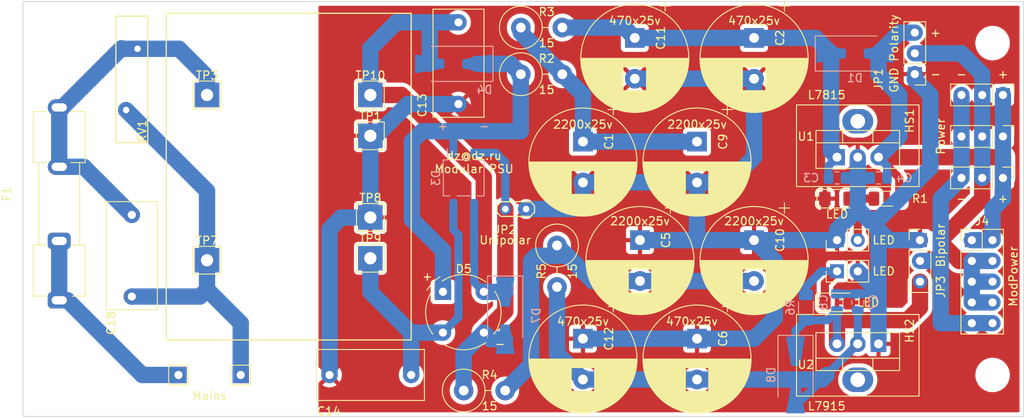
<source format=kicad_pcb>
(kicad_pcb (version 20211014) (generator pcbnew)
  (layers (0 "F.Cu" signal) (31 "B.Cu" signal) (34 "B.Paste" user) (35 "F.Paste" user) (36 "B.SilkS" user "B.Silkscreen") (37 "F.SilkS" user "F.Silkscreen") (38 "B.Mask" user) (39 "F.Mask" user) (44 "Edge.Cuts" user))
  (net 0 "")
  (net 1 "Net-(C1-Pad1)")
  (net 2 "Net-(C11-Pad1)")
  (net 3 "Net-(C4-Pad1)")
  (net 4 "Net-(C10-Pad2)")
  (net 5 "Net-(C12-Pad2)")
  (net 6 "Net-(C8-Pad2)")
  (net 7 "Net-(D2-Pad2)")
  (net 8 "Net-(D3-Pad1)")
  (net 9 "Net-(D5-Pad3)")
  (net 10 "Net-(D6-Pad1)")
  (net 11 "Net-(F1-Pad1)")
  (net 14 "Net-(J1-Pad2)")
  (net 15 "Net-(J1-Pad3)")
  (net 16 "/GND")
  (net 17 "Net-(C13-Pad1)")
  (net 18 "Net-(C14-Pad2)")
  (net 19 "Net-(C18-Pad1)")
  (net 20 "Net-(C18-Pad2)")
  (footprint "Connector_PinHeader_2.54mm:PinHeader_1x03_P2.54mm_Vertical" (layer "F.Cu") (at 149.86 48.26 -90)
    (fp_text reference "J2" hide)
    (fp_text value "Power" (at 0 7.62 90) (layer "F.SilkS"))
    (pad "1" thru_hole rect (at 0 0 270) (size 1.7 1.7) (drill 1) (layers *.Cu *.Mask) (net 3 "Net-(C4-Pad1)"))
    (pad "2" thru_hole oval (at 0 2.54 270) (size 1.7 1.7) (drill 1) (layers *.Cu *.Mask) (net 14 "Net-(J1-Pad2)"))
    (pad "3" thru_hole oval (at 0 5.08 270) (size 1.7 1.7) (drill 1) (layers *.Cu *.Mask) (net 15 "Net-(J1-Pad3)"))
  )
  (footprint "Connector_PinHeader_2.54mm:PinHeader_2x05_P2.54mm_Vertical" (layer "F.Cu") (at 146.045 60.965)
    (fp_text reference "J4" (at 1.27 -2.33) (layer "F.SilkS"))
    (fp_text value "ModPower" (at 5.085 4.44 90) (layer "F.SilkS"))
    (pad "1" thru_hole rect (at 0 0) (size 1.7 1.7) (drill 1) (layers *.Cu *.Mask) (net 3 "Net-(C4-Pad1)"))
    (pad "2" thru_hole oval (at 2.54 0) (size 1.7 1.7) (drill 1) (layers *.Cu *.Mask) (net 3 "Net-(C4-Pad1)"))
    (pad "3" thru_hole oval (at 0 2.54) (size 1.7 1.7) (drill 1) (layers *.Cu *.Mask) (net 14 "Net-(J1-Pad2)"))
    (pad "4" thru_hole oval (at 2.54 2.54) (size 1.7 1.7) (drill 1) (layers *.Cu *.Mask) (net 14 "Net-(J1-Pad2)"))
    (pad "5" thru_hole oval (at 0 5.08) (size 1.7 1.7) (drill 1) (layers *.Cu *.Mask) (net 14 "Net-(J1-Pad2)"))
    (pad "6" thru_hole oval (at 2.54 5.08) (size 1.7 1.7) (drill 1) (layers *.Cu *.Mask) (net 14 "Net-(J1-Pad2)"))
    (pad "7" thru_hole oval (at 0 7.62) (size 1.7 1.7) (drill 1) (layers *.Cu *.Mask) (net 14 "Net-(J1-Pad2)"))
    (pad "8" thru_hole oval (at 2.54 7.62) (size 1.7 1.7) (drill 1) (layers *.Cu *.Mask) (net 14 "Net-(J1-Pad2)"))
    (pad "9" thru_hole oval (at 0 10.16) (size 1.7 1.7) (drill 1) (layers *.Cu *.Mask) (net 15 "Net-(J1-Pad3)"))
    (pad "10" thru_hole oval (at 2.54 10.16) (size 1.7 1.7) (drill 1) (layers *.Cu *.Mask) (net 15 "Net-(J1-Pad3)"))
  )
  (footprint "MountingHole:MountingHole_3.2mm_M3" (layer "F.Cu") (at 33.655 77.47)
    (fp_text reference "H4" hide)
    (fp_text value "MountingHole" hide)
    (pad "" np_thru_hole circle (at 0 0) (size 3.2 3.2) (drill 3.2) (layers *.Cu *.Mask))
  )
  (footprint "Capacitor_THT:CP_Radial_D13.0mm_P5.00mm" (layer "F.Cu") (at 98.425 73.025 -90)
    (fp_text reference "C12" (at 0 -3.175 90) (layer "F.SilkS"))
    (fp_text value "470x25v" (at -2.1 0 180) (layer "F.SilkS"))
    (pad "1" thru_hole rect (at 0 0 270) (size 2.4 2.4) (drill 1.2) (layers *.Cu *.Mask) (net 16 "/GND"))
    (pad "2" thru_hole circle (at 5 0 270) (size 2.4 2.4) (drill 1.2) (layers *.Cu *.Mask) (net 5 "Net-(C12-Pad2)"))
  )
  (footprint "Capacitor_THT:CP_Radial_D13.0mm_P5.00mm" (layer "F.Cu") (at 112.395 48.895 -90)
    (fp_text reference "C9" (at 0 -3.175 90) (layer "F.SilkS"))
    (fp_text value "2200x25v" (at -2.1 0 180) (layer "F.SilkS"))
    (pad "1" thru_hole rect (at 0 0 270) (size 2.4 2.4) (drill 1.2) (layers *.Cu *.Mask) (net 1 "Net-(C1-Pad1)"))
    (pad "2" thru_hole circle (at 5 0 270) (size 2.4 2.4) (drill 1.2) (layers *.Cu *.Mask) (net 16 "/GND"))
  )
  (footprint "Capacitor_THT:C_Rect_L13.0mm_W6.0mm_P10.00mm_FKS3_FKP3_MKS4" (layer "F.Cu") (at 67.39 77.47)
    (fp_text reference "C14" (at -0.08 4.445) (layer "F.SilkS"))
    (fp_text value "0,1")
    (pad "1" thru_hole circle (at 0 0) (size 2 2) (drill 1) (layers *.Cu *.Mask) (net 16 "/GND"))
    (pad "2" thru_hole circle (at 10 0) (size 2 2) (drill 1) (layers *.Cu *.Mask) (net 18 "Net-(C14-Pad2)"))
  )
  (footprint "MountingHole:MountingHole_3.2mm_M3" (layer "F.Cu") (at 148.59 77.47)
    (fp_text reference "H1" hide)
    (fp_text value "MountingHole" hide)
    (pad "" np_thru_hole circle (at 0 0) (size 3.2 3.2) (drill 3.2) (layers *.Cu *.Mask))
  )
  (footprint "Capacitor_THT:CP_Radial_D13.0mm_P5.00mm" (layer "F.Cu") (at 112.395 73.025 -90)
    (fp_text reference "C6" (at 0 -3.175 90) (layer "F.SilkS"))
    (fp_text value "470x25v" (at -2.1 0.635 180) (layer "F.SilkS"))
    (pad "1" thru_hole rect (at 0 0 270) (size 2.4 2.4) (drill 1.2) (layers *.Cu *.Mask) (net 16 "/GND"))
    (pad "2" thru_hole circle (at 5 0 270) (size 2.4 2.4) (drill 1.2) (layers *.Cu *.Mask) (net 5 "Net-(C12-Pad2)"))
  )
  (footprint "TestPoint:TestPoint_THTPad_3.0x3.0mm_Drill1.5mm" (layer "F.Cu") (at 52.39 43.18)
    (fp_text reference "TP3" (at 0 -2.398) (layer "F.SilkS"))
    (fp_text value "Trans 220")
    (pad "1" thru_hole rect (at 0 0) (size 3 3) (drill 1.5) (layers *.Cu *.Mask) (net 19 "Net-(C18-Pad1)"))
  )
  (footprint "Diode_THT:Diode_Bridge_Round_D9.0mm" (layer "F.Cu") (at 81.28 67.28)
    (fp_text reference "D5" (at 2.54 -2.794) (layer "F.SilkS"))
    (fp_text value "D_Bridge_+A-A")
    (pad "1" thru_hole rect (at 0 0) (size 2 2) (drill 1) (layers *.Cu *.Mask) (net 8 "Net-(D3-Pad1)"))
    (pad "2" thru_hole oval (at 0 5) (size 2 2) (drill 1) (layers *.Cu *.Mask) (net 18 "Net-(C14-Pad2)"))
    (pad "3" thru_hole oval (at 5 5) (size 2 2) (drill 1) (layers *.Cu *.Mask) (net 9 "Net-(D5-Pad3)"))
    (pad "4" thru_hole oval (at 5 0) (size 2 2) (drill 1) (layers *.Cu *.Mask) (net 17 "Net-(C13-Pad1)"))
  )
  (footprint "TestPoint:TestPoint_THTPad_3.0x3.0mm_Drill1.5mm" (layer "F.Cu") (at 72.39 48.18)
    (fp_text reference "TP1" (at 0 -2.398) (layer "F.SilkS"))
    (fp_text value "Trans Mid")
    (pad "1" thru_hole rect (at 0 0) (size 3 3) (drill 1.5) (layers *.Cu *.Mask) (net 16 "/GND"))
  )
  (footprint "TestPoint:TestPoint_THTPad_3.0x3.0mm_Drill1.5mm" (layer "F.Cu") (at 72.39 43.18)
    (fp_text reference "TP10" (at 0 -2.398) (layer "F.SilkS"))
    (fp_text value "Trans Low")
    (pad "1" thru_hole rect (at 0 0) (size 3 3) (drill 1.5) (layers *.Cu *.Mask) (net 17 "Net-(C13-Pad1)"))
  )
  (footprint "LED_SMD:LED_1206_3216Metric_Pad1.42x1.75mm_HandSolder" (layer "F.Cu") (at 129.54 55.88)
    (fp_text reference "D2" hide)
    (fp_text value "LED" (at 0 1.905) (layer "F.SilkS"))
    (pad "1" smd roundrect (at -1.4875 0) (size 1.425 1.75) (layers "F.Cu" "F.Paste" "F.Mask") (roundrect_rratio 0.1754392982) (net 16 "/GND"))
    (pad "2" smd roundrect (at 1.4875 0) (size 1.425 1.75) (layers "F.Cu" "F.Paste" "F.Mask") (roundrect_rratio 0.1754392982) (net 7 "Net-(D2-Pad2)"))
  )
  (footprint "Varistor:RV_Disc_D15.5mm_W3.9mm_P7.5mm" (layer "F.Cu") (at 43.88 37.525 -90)
    (fp_text reference "RV1" (at 10.1 -0.57 90) (layer "F.SilkS"))
    (fp_text value "Varistor")
    (pad "1" thru_hole circle (at 0 0 270) (size 1.8 1.8) (drill 0.8) (layers *.Cu *.Mask) (net 19 "Net-(C18-Pad1)"))
    (pad "2" thru_hole circle (at 7.5 1.4 270) (size 1.8 1.8) (drill 0.8) (layers *.Cu *.Mask) (net 20 "Net-(C18-Pad2)"))
  )
  (footprint "Resistor_THT:R_Axial_DIN0516_L15.5mm_D5.0mm_P5.08mm_Vertical" (layer "F.Cu") (at 95.25 61.61 -90)
    (fp_text reference "R5" (at 3.16 1.905 90) (layer "F.SilkS"))
    (fp_text value "15" (at 3.16 -1.905 90) (layer "F.SilkS"))
    (pad "1" thru_hole circle (at 0 0 270) (size 2.4 2.4) (drill 1.2) (layers *.Cu *.Mask) (net 4 "Net-(C10-Pad2)"))
    (pad "2" thru_hole oval (at 5.08 0 270) (size 2.4 2.4) (drill 1.2) (layers *.Cu *.Mask) (net 5 "Net-(C12-Pad2)"))
  )
  (footprint "Connector_PinHeader_2.54mm:PinHeader_1x02_P2.54mm_Vertical" (layer "F.Cu") (at 129.54 60.96 90)
    (fp_text reference "J7" hide)
    (fp_text value "LED" (at 0 5.715 180) (layer "F.SilkS"))
    (pad "1" thru_hole rect (at 0 0 90) (size 1.7 1.7) (drill 1) (layers *.Cu *.Mask) (net 16 "/GND"))
    (pad "2" thru_hole oval (at 0 2.54 90) (size 1.7 1.7) (drill 1) (layers *.Cu *.Mask) (net 7 "Net-(D2-Pad2)"))
  )
  (footprint "Connector_PinHeader_2.54mm:PinHeader_1x03_P2.54mm_Vertical" (layer "F.Cu") (at 139.065 40.625 180)
    (fp_text reference "JP1" (at 4.445 -0.65 90) (layer "F.SilkS"))
    (fp_text value "GND Polarity" (at 2.54 2.525 90) (layer "F.SilkS"))
    (pad "1" thru_hole rect (at 0 0 180) (size 1.7 1.7) (drill 1) (layers *.Cu *.Mask) (net 16 "/GND"))
    (pad "2" thru_hole oval (at 0 2.54 180) (size 1.7 1.7) (drill 1) (layers *.Cu *.Mask) (net 14 "Net-(J1-Pad2)"))
    (pad "3" thru_hole oval (at 0 5.08 180) (size 1.7 1.7) (drill 1) (layers *.Cu *.Mask) (net 3 "Net-(C4-Pad1)"))
  )
  (footprint "TestPoint:TestPoint_THTPad_2.0x2.0mm_Drill1.0mm" (layer "F.Cu") (at 56.515 77.47)
    (fp_text reference "TP4" hide)
    (fp_text value "Mains" hide)
    (pad "1" thru_hole rect (at 0 0) (size 2 2) (drill 1) (layers *.Cu *.Mask) (net 20 "Net-(C18-Pad2)"))
  )
  (footprint "LED_SMD:LED_1206_3216Metric_Pad1.42x1.75mm_HandSolder" (layer "F.Cu") (at 129.54 68.58)
    (fp_text reference "D6" hide)
    (fp_text value "LED" (at 3.81 0) (layer "F.SilkS"))
    (pad "1" smd roundrect (at -1.4875 0) (size 1.425 1.75) (layers "F.Cu" "F.Paste" "F.Mask") (roundrect_rratio 0.1754392982) (net 10 "Net-(D6-Pad1)"))
    (pad "2" smd roundrect (at 1.4875 0) (size 1.425 1.75) (layers "F.Cu" "F.Paste" "F.Mask") (roundrect_rratio 0.1754392982) (net 16 "/GND"))
  )
  (footprint "Connector_PinHeader_2.54mm:PinHeader_1x03_P2.54mm_Vertical" (layer "F.Cu") (at 139.7 60.96)
    (fp_text reference "JP3" (at 2.54 5.715 90) (layer "F.SilkS"))
    (fp_text value "Bipolar" (at 2.54 0.635 90) (layer "F.SilkS"))
    (pad "1" thru_hole rect (at 0 0) (size 1.7 1.7) (drill 1) (layers *.Cu *.Mask) (net 16 "/GND"))
    (pad "2" thru_hole oval (at 0 2.54) (size 1.7 1.7) (drill 1) (layers *.Cu *.Mask) (net 15 "Net-(J1-Pad3)"))
    (pad "3" thru_hole oval (at 0 5.08) (size 1.7 1.7) (drill 1) (layers *.Cu *.Mask) (net 6 "Net-(C8-Pad2)"))
  )
  (footprint "Resistor_THT:R_Axial_DIN0516_L15.5mm_D5.0mm_P5.08mm_Vertical" (layer "F.Cu") (at 83.82 79.375)
    (fp_text reference "R4" (at 3.175 -1.905) (layer "F.SilkS"))
    (fp_text value "15" (at 3.175 1.905) (layer "F.SilkS"))
    (pad "1" thru_hole circle (at 0 0) (size 2.4 2.4) (drill 1.2) (layers *.Cu *.Mask) (net 9 "Net-(D5-Pad3)"))
    (pad "2" thru_hole oval (at 5.08 0) (size 2.4 2.4) (drill 1.2) (layers *.Cu *.Mask) (net 4 "Net-(C10-Pad2)"))
  )
  (footprint "Capacitor_THT:C_Rect_L13.0mm_W6.0mm_P10.00mm_FKS3_FKP3_MKS4" (layer "F.Cu") (at 43.18 57.865 -90)
    (fp_text reference "C18" (at 13.255 2.54 -90) (layer "F.SilkS"))
    (fp_text value "C")
    (pad "1" thru_hole circle (at 0 0 270) (size 2 2) (drill 1) (layers *.Cu *.Mask) (net 19 "Net-(C18-Pad1)"))
    (pad "2" thru_hole circle (at 10 0 270) (size 2 2) (drill 1) (layers *.Cu *.Mask) (net 20 "Net-(C18-Pad2)"))
  )
  (footprint "Resistor_THT:R_Axial_DIN0516_L15.5mm_D5.0mm_P5.08mm_Vertical" (layer "F.Cu") (at 90.82 40.64)
    (fp_text reference "R2" (at 3.16 -1.905) (layer "F.SilkS"))
    (fp_text value "15" (at 3.16 1.905) (layer "F.SilkS"))
    (pad "1" thru_hole circle (at 0 0) (size 2.4 2.4) (drill 1.2) (layers *.Cu *.Mask) (net 8 "Net-(D3-Pad1)"))
    (pad "2" thru_hole oval (at 5.08 0) (size 2.4 2.4) (drill 1.2) (layers *.Cu *.Mask) (net 1 "Net-(C1-Pad1)"))
  )
  (footprint "Resistor_THT:R_Axial_DIN0516_L15.5mm_D5.0mm_P5.08mm_Vertical" (layer "F.Cu") (at 90.82 34.925)
    (fp_text reference "R3" (at 3.16 -1.905) (layer "F.SilkS"))
    (fp_text value "15" (at 3.16 1.905) (layer "F.SilkS"))
    (pad "1" thru_hole circle (at 0 0) (size 2.4 2.4) (drill 1.2) (layers *.Cu *.Mask) (net 1 "Net-(C1-Pad1)"))
    (pad "2" thru_hole oval (at 5.08 0) (size 2.4 2.4) (drill 1.2) (layers *.Cu *.Mask) (net 2 "Net-(C11-Pad1)"))
  )
  (footprint "MountingHole:MountingHole_3.2mm_M3" (layer "F.Cu") (at 33.655 36.83)
    (fp_text reference "H3" hide)
    (fp_text value "MountingHole" hide)
    (pad "" np_thru_hole circle (at 0 0) (size 3.2 3.2) (drill 3.2) (layers *.Cu *.Mask))
  )
  (footprint "Connector_PinHeader_2.54mm:PinHeader_1x03_P2.54mm_Vertical" (layer "F.Cu") (at 149.86 43.18 -90)
    (fp_text reference "J1" hide)
    (fp_text value "Power")
    (pad "1" thru_hole rect (at 0 0 270) (size 1.7 1.7) (drill 1) (layers *.Cu *.Mask) (net 3 "Net-(C4-Pad1)"))
    (pad "2" thru_hole oval (at 0 2.54 270) (size 1.7 1.7) (drill 1) (layers *.Cu *.Mask) (net 14 "Net-(J1-Pad2)"))
    (pad "3" thru_hole oval (at 0 5.08 270) (size 1.7 1.7) (drill 1) (layers *.Cu *.Mask) (net 15 "Net-(J1-Pad3)"))
  )
  (footprint "dz_lib:Heatsink_TO_220" (layer "F.Cu") (at 132.08 77.06 90)
    (fp_text reference "HS2" (at 5 6.35 90) (layer "F.SilkS"))
    (fp_text value "Heatsink_Pad" hide)
    (pad "1" thru_hole oval (at -1 0 90) (size 3 3.78) (drill 1.8) (layers *.Cu *.Mask))
  )
  (footprint "Connector_PinHeader_2.54mm:PinHeader_1x02_P2.54mm_Vertical" (layer "F.Cu") (at 129.54 64.77 90)
    (fp_text reference "J8" hide)
    (fp_text value "LED" (at 0 5.715 180) (layer "F.SilkS"))
    (pad "1" thru_hole rect (at 0 0 90) (size 1.7 1.7) (drill 1) (layers *.Cu *.Mask) (net 10 "Net-(D6-Pad1)"))
    (pad "2" thru_hole oval (at 0 2.54 90) (size 1.7 1.7) (drill 1) (layers *.Cu *.Mask) (net 16 "/GND"))
  )
  (footprint "Capacitor_THT:C_Rect_L13.0mm_W6.0mm_P10.00mm_FKS3_FKP3_MKS4" (layer "F.Cu") (at 83.185 34.29 -90)
    (fp_text reference "C13" (at 10.16 4.445 90) (layer "F.SilkS"))
    (fp_text value "0,1")
    (pad "1" thru_hole circle (at 0 0 270) (size 2 2) (drill 1) (layers *.Cu *.Mask) (net 17 "Net-(C13-Pad1)"))
    (pad "2" thru_hole circle (at 10 0 270) (size 2 2) (drill 1) (layers *.Cu *.Mask) (net 16 "/GND"))
  )
  (footprint "TestPoint:TestPoint_THTPad_2.0x2.0mm_Drill1.0mm" (layer "F.Cu") (at 48.895 77.47)
    (fp_text reference "TP2" hide)
    (fp_text value "Mains" (at 3.81 2.54) (layer "F.SilkS"))
    (pad "1" thru_hole rect (at 0 0) (size 2 2) (drill 1) (layers *.Cu *.Mask) (net 11 "Net-(F1-Pad1)"))
  )
  (footprint "TestPoint:TestPoint_2Pads_Pitch2.54mm_Drill0.8mm" (layer "F.Cu") (at 88.92 57.15)
    (fp_text reference "JP2" (at -0.02 2.54) (layer "F.SilkS"))
    (fp_text value "Unipolar" (at -0.02 3.81) (layer "F.SilkS"))
    (pad "1" thru_hole circle (at 0 0) (size 1.4 1.4) (drill 0.8) (layers *.Cu *.Mask) (net 9 "Net-(D5-Pad3)"))
    (pad "2" thru_hole circle (at 2.54 0) (size 1.4 1.4) (drill 0.8) (layers *.Cu *.Mask) (net 16 "/GND"))
  )
  (footprint "TestPoint:TestPoint_THTPad_3.0x3.0mm_Drill1.5mm" (layer "F.Cu") (at 72.39 58.18)
    (fp_text reference "TP8" (at 0 -2.398) (layer "F.SilkS"))
    (fp_text value "Trans Mid")
    (pad "1" thru_hole rect (at 0 0) (size 3 3) (drill 1.5) (layers *.Cu *.Mask) (net 16 "/GND"))
  )
  (footprint "MountingHole:MountingHole_3.2mm_M3" (layer "F.Cu") (at 148.59 36.83)
    (fp_text reference "H2" hide)
    (fp_text value "MountingHole" hide)
    (pad "" np_thru_hole circle (at 0 0) (size 3.2 3.2) (drill 3.2) (layers *.Cu *.Mask))
  )
  (footprint "Resistor_SMD:R_1206_3216Metric_Pad1.30x1.75mm_HandSolder" (layer "F.Cu") (at 135.61 55.88)
    (fp_text reference "R1" (at 4.09 0) (layer "F.SilkS"))
    (fp_text value "10k")
    (pad "1" smd roundrect (at -1.55 0) (size 1.3 1.75) (layers "F.Cu" "F.Paste" "F.Mask") (roundrect_rratio 0.1923076923) (net 7 "Net-(D2-Pad2)"))
    (pad "2" smd roundrect (at 1.55 0) (size 1.3 1.75) (layers "F.Cu" "F.Paste" "F.Mask") (roundrect_rratio 0.1923076923) (net 3 "Net-(C4-Pad1)"))
  )
  (footprint "Capacitor_THT:CP_Radial_D13.0mm_P5.00mm" (layer "F.Cu") (at 119.38 60.96 -90)
    (fp_text reference "C10" (at 0 -3.175 90) (layer "F.SilkS"))
    (fp_text value "2200x25v" (at -2.324785 0 180) (layer "F.SilkS"))
    (pad "1" thru_hole rect (at 0 0 270) (size 2.4 2.4) (drill 1.2) (layers *.Cu *.Mask) (net 16 "/GND"))
    (pad "2" thru_hole circle (at 5 0 270) (size 2.4 2.4) (drill 1.2) (layers *.Cu *.Mask) (net 4 "Net-(C10-Pad2)"))
  )
  (footprint "Fuse:Fuseholder_Clip-5x20mm_Keystone_3512_Inline_P23.62x7.27mm_D1.02x1.57mm_Horizontal" (layer "F.Cu") (at 34.29 68.325 90)
    (fp_text reference "F1" (at 13 -6.405 90) (layer "F.SilkS"))
    (fp_text value "Fuse")
    (pad "1" thru_hole roundrect (at 7.27 0 90) (size 2 2.8) (drill oval 1.02 1.87) (layers *.Cu *.Mask) (net 11 "Net-(F1-Pad1)"))
    (pad "1" thru_hole roundrect (at 0 0 90) (size 2 2.8) (drill oval 1.02 1.87) (layers *.Cu *.Mask) (net 11 "Net-(F1-Pad1)"))
    (pad "2" thru_hole oval (at 23.62 0 90) (size 2 2.8) (drill oval 1.02 1.87) (layers *.Cu *.Mask) (net 19 "Net-(C18-Pad1)"))
    (pad "2" thru_hole oval (at 16.35 0 90) (size 2 2.8) (drill oval 1.02 1.87) (layers *.Cu *.Mask) (net 19 "Net-(C18-Pad1)"))
  )
  (footprint "Capacitor_THT:CP_Radial_D13.0mm_P5.00mm" (layer "F.Cu") (at 119.38 36.195 -90)
    (fp_text reference "C2" (at 0 -3.175 90) (layer "F.SilkS"))
    (fp_text value "470x25v" (at -2.1 0 180) (layer "F.SilkS"))
    (pad "1" thru_hole rect (at 0 0 270) (size 2.4 2.4) (drill 1.2) (layers *.Cu *.Mask) (net 2 "Net-(C11-Pad1)"))
    (pad "2" thru_hole circle (at 5 0 270) (size 2.4 2.4) (drill 1.2) (layers *.Cu *.Mask) (net 16 "/GND"))
  )
  (footprint "Package_TO_SOT_THT:TO-220-3_Vertical" (layer "F.Cu") (at 134.62 73.66 180)
    (fp_text reference "U2" (at 8.89 -2.54) (layer "F.SilkS"))
    (fp_text value "L7915" (at 6.35 -7.62) (layer "F.SilkS"))
    (pad "1" thru_hole rect (at 0 0 180) (size 1.905 2) (drill 1.1) (layers *.Cu *.Mask) (net 16 "/GND"))
    (pad "2" thru_hole oval (at 2.54 0 180) (size 1.905 2) (drill 1.1) (layers *.Cu *.Mask) (net 5 "Net-(C12-Pad2)"))
    (pad "3" thru_hole oval (at 5.08 0 180) (size 1.905 2) (drill 1.1) (layers *.Cu *.Mask) (net 6 "Net-(C8-Pad2)"))
  )
  (footprint "dz_lib:Heatsink_TO_220" (layer "F.Cu") (at 132.08 47.4 -90)
    (fp_text reference "HS1" (at -1.045 -6.35 90) (layer "F.SilkS"))
    (fp_text value "Heatsink_Pad" hide)
    (pad "1" thru_hole oval (at -1 0 270) (size 3 3.78) (drill 1.8) (layers *.Cu *.Mask))
  )
  (footprint "Package_TO_SOT_THT:TO-220-3_Vertical" (layer "F.Cu") (at 129.54 50.8)
    (fp_text reference "U1" (at -3.81 -2.54) (layer "F.SilkS"))
    (fp_text value "L7815" (at -1.27 -7.62) (layer "F.SilkS"))
    (pad "1" thru_hole rect (at 0 0) (size 1.905 2) (drill 1.1) (layers *.Cu *.Mask) (net 2 "Net-(C11-Pad1)"))
    (pad "2" thru_hole oval (at 2.54 0) (size 1.905 2) (drill 1.1) (layers *.Cu *.Mask) (net 16 "/GND"))
    (pad "3" thru_hole oval (at 5.08 0) (size 1.905 2) (drill 1.1) (layers *.Cu *.Mask) (net 3 "Net-(C4-Pad1)"))
  )
  (footprint "Connector_PinHeader_2.54mm:PinHeader_1x03_P2.54mm_Vertical" (layer "F.Cu") (at 149.86 53.34 -90)
    (fp_text reference "J3" hide)
    (fp_text value "Power")
    (pad "1" thru_hole rect (at 0 0 270) (size 1.7 1.7) (drill 1) (layers *.Cu *.Mask) (net 3 "Net-(C4-Pad1)"))
    (pad "2" thru_hole oval (at 0 2.54 270) (size 1.7 1.7) (drill 1) (layers *.Cu *.Mask) (net 14 "Net-(J1-Pad2)"))
    (pad "3" thru_hole oval (at 0 5.08 270) (size 1.7 1.7) (drill 1) (layers *.Cu *.Mask) (net 15 "Net-(J1-Pad3)"))
  )
  (footprint "TestPoint:TestPoint_THTPad_3.0x3.0mm_Drill1.5mm" (layer "F.Cu") (at 72.39 63.18)
    (fp_text reference "TP9" (at 0 -2.398) (layer "F.SilkS"))
    (fp_text value "Trans Low")
    (pad "1" thru_hole rect (at 0 0) (size 3 3) (drill 1.5) (layers *.Cu *.Mask) (net 18 "Net-(C14-Pad2)"))
  )
  (footprint "Capacitor_THT:CP_Radial_D13.0mm_P5.00mm" (layer "F.Cu") (at 104.775 36.195 -90)
    (fp_text reference "C11" (at 0 -3.175 90) (layer "F.SilkS"))
    (fp_text value "470x25v" (at -2.1 0 180) (layer "F.SilkS"))
    (pad "1" thru_hole rect (at 0 0 270) (size 2.4 2.4) (drill 1.2) (layers *.Cu *.Mask) (net 2 "Net-(C11-Pad1)"))
    (pad "2" thru_hole circle (at 5 0 270) (size 2.4 2.4) (drill 1.2) (layers *.Cu *.Mask) (net 16 "/GND"))
  )
  (footprint "Capacitor_THT:CP_Radial_D13.0mm_P5.00mm" (layer "F.Cu") (at 98.425 48.895 -90)
    (fp_text reference "C1" (at 0 -3.175 90) (layer "F.SilkS"))
    (fp_text value "2200x25v" (at -2.1 0 180) (layer "F.SilkS"))
    (pad "1" thru_hole rect (at 0 0 270) (size 2.4 2.4) (drill 1.2) (layers *.Cu *.Mask) (net 1 "Net-(C1-Pad1)"))
    (pad "2" thru_hole circle (at 5 0 270) (size 2.4 2.4) (drill 1.2) (layers *.Cu *.Mask) (net 16 "/GND"))
  )
  (footprint "Capacitor_THT:CP_Radial_D13.0mm_P5.00mm" (layer "F.Cu") (at 105.41 60.96 -90)
    (fp_text reference "C5" (at 0 -3.175 90) (layer "F.SilkS"))
    (fp_text value "2200x25v" (at -2.324785 0 180) (layer "F.SilkS"))
    (pad "1" thru_hole rect (at 0 0 270) (size 2.4 2.4) (drill 1.2) (layers *.Cu *.Mask) (net 16 "/GND"))
    (pad "2" thru_hole circle (at 5 0 270) (size 2.4 2.4) (drill 1.2) (layers *.Cu *.Mask) (net 4 "Net-(C10-Pad2)"))
  )
  (footprint "TestPoint:TestPoint_THTPad_3.0x3.0mm_Drill1.5mm" (layer "F.Cu") (at 52.39 63.42)
    (fp_text reference "TP7" (at 0 -2.398) (layer "F.SilkS"))
    (fp_text value "Trans 220")
    (pad "1" thru_hole rect (at 0 0) (size 3 3) (drill 1.5) (layers *.Cu *.Mask) (net 20 "Net-(C18-Pad2)"))
  )
  (footprint "Diode_SMD:D_SMA-SMB_Universal_Handsoldering" (layer "B.Cu") (at 88.9 70.19498 -90)
    (fp_text reference "D7" (at 0 -3.81 90) (layer "B.SilkS") (effects (justify mirror)))
    (fp_text value "D")
    (pad "1" smd trapezoid (at -2.9 0 270) (size 3.6 1.7) (rect_delta 0.6 0) (layers "B.Cu" "B.Paste" "B.Mask") (net 17 "Net-(C13-Pad1)"))
    (pad "2" smd trapezoid (at 2.9 0 90) (size 3.6 1.7) (rect_delta 0.6 0) (layers "B.Cu" "B.Paste" "B.Mask") (net 9 "Net-(D5-Pad3)"))
  )
  (footprint "Diode_SMD:D_SMA-SMB_Universal_Handsoldering" (layer "B.Cu") (at 131.72 38.1)
    (fp_text reference "D1" (at 0 3) (layer "B.SilkS") (effects (justify mirror)))
    (fp_text value "D")
    (pad "1" smd trapezoid (at -2.9 0) (size 3.6 1.7) (rect_delta 0.6 0) (layers "B.Cu" "B.Paste" "B.Mask") (net 2 "Net-(C11-Pad1)"))
    (pad "2" smd trapezoid (at 2.9 0 180) (size 3.6 1.7) (rect_delta 0.6 0) (layers "B.Cu" "B.Paste" "B.Mask") (net 3 "Net-(C4-Pad1)"))
  )
  (footprint "Resistor_SMD:R_1206_3216Metric_Pad1.30x1.75mm_HandSolder" (layer "B.Cu") (at 125.73 69.215 90)
    (fp_text reference "R6" (at 0 -1.905 90) (layer "B.SilkS") (effects (justify mirror)))
    (fp_text value "10k")
    (pad "1" smd roundrect (at -1.55 0 90) (size 1.3 1.75) (layers "B.Cu" "B.Paste" "B.Mask") (roundrect_rratio 0.1923076923) (net 6 "Net-(C8-Pad2)"))
    (pad "2" smd roundrect (at 1.55 0 90) (size 1.3 1.75) (layers "B.Cu" "B.Paste" "B.Mask") (roundrect_rratio 0.1923076923) (net 10 "Net-(D6-Pad1)"))
  )
  (footprint "Capacitor_SMD:C_0805_2012Metric_Pad1.18x1.45mm_HandSolder" (layer "B.Cu") (at 129.54 68.58 -90)
    (fp_text reference "C8" (at 0 1.68 90) (layer "B.SilkS") (effects (justify mirror)))
    (fp_text value "1,0")
    (pad "1" smd roundrect (at -1.0375 0 270) (size 1.175 1.45) (layers "B.Cu" "B.Paste" "B.Mask") (roundrect_rratio 0.2127659574) (net 16 "/GND"))
    (pad "2" smd roundrect (at 1.0375 0 270) (size 1.175 1.45) (layers "B.Cu" "B.Paste" "B.Mask") (roundrect_rratio 0.2127659574) (net 6 "Net-(C8-Pad2)"))
  )
  (footprint "Capacitor_SMD:C_0805_2012Metric_Pad1.18x1.45mm_HandSolder" (layer "B.Cu") (at 132.08 68.58 -90)
    (fp_text reference "C7" (at 0 -1.905 90) (layer "B.SilkS") (effects (justify mirror)))
    (fp_text value "2,2")
    (pad "1" smd roundrect (at -1.0375 0 270) (size 1.175 1.45) (layers "B.Cu" "B.Paste" "B.Mask") (roundrect_rratio 0.2127659574) (net 16 "/GND"))
    (pad "2" smd roundrect (at 1.0375 0 270) (size 1.175 1.45) (layers "B.Cu" "B.Paste" "B.Mask") (roundrect_rratio 0.2127659574) (net 5 "Net-(C12-Pad2)"))
  )
  (footprint "Diode_SMD:D_SMA-SMB_Universal_Handsoldering" (layer "B.Cu") (at 124.46 77.47 -90)
    (fp_text reference "D8" (at 0 3 90) (layer "B.SilkS") (effects (justify mirror)))
    (fp_text value "D")
    (pad "1" smd trapezoid (at -2.9 0 270) (size 3.6 1.7) (rect_delta 0.6 0) (layers "B.Cu" "B.Paste" "B.Mask") (net 6 "Net-(C8-Pad2)"))
    (pad "2" smd trapezoid (at 2.9 0 90) (size 3.6 1.7) (rect_delta 0.6 0) (layers "B.Cu" "B.Paste" "B.Mask") (net 5 "Net-(C12-Pad2)"))
  )
  (footprint "Capacitor_SMD:C_0805_2012Metric_Pad1.18x1.45mm_HandSolder" (layer "B.Cu") (at 134.62 53.34 180)
    (fp_text reference "C4" (at -3.175 0) (layer "B.SilkS") (effects (justify mirror)))
    (fp_text value "0,33")
    (pad "1" smd roundrect (at -1.0375 0 180) (size 1.175 1.45) (layers "B.Cu" "B.Paste" "B.Mask") (roundrect_rratio 0.2127659574) (net 3 "Net-(C4-Pad1)"))
    (pad "2" smd roundrect (at 1.0375 0 180) (size 1.175 1.45) (layers "B.Cu" "B.Paste" "B.Mask") (roundrect_rratio 0.2127659574) (net 16 "/GND"))
  )
  (footprint "Package_TO_SOT_SMD:TO-269AA" (layer "B.Cu") (at 83.82 53.34 -90)
    (fp_text reference "D3" (at 0 3.4 90) (layer "B.SilkS") (effects (justify mirror)))
    (fp_text value "MB6S")
    (pad "1" smd rect (at -3.075 1.27 270) (size 1 0.8) (layers "B.Cu" "B.Paste" "B.Mask") (net 8 "Net-(D3-Pad1)"))
    (pad "2" smd rect (at -3.075 -1.27 270) (size 1 0.8) (layers "B.Cu" "B.Paste" "B.Mask") (net 9 "Net-(D5-Pad3)"))
    (pad "3" smd rect (at 3.075 -1.27 270) (size 1 0.8) (layers "B.Cu" "B.Paste" "B.Mask") (net 17 "Net-(C13-Pad1)"))
    (pad "4" smd rect (at 3.075 1.27 270) (size 1 0.8) (layers "B.Cu" "B.Paste" "B.Mask") (net 18 "Net-(C14-Pad2)"))
  )
  (footprint "Diode_SMD:D_SMA-SMB_Universal_Handsoldering" (layer "B.Cu") (at 82.55 39.37 180)
    (fp_text reference "D4" (at -3.81 -3.175) (layer "B.SilkS") (effects (justify mirror)))
    (fp_text value "D")
    (pad "1" smd trapezoid (at -2.9 0 180) (size 3.6 1.7) (rect_delta 0.6 0) (layers "B.Cu" "B.Paste" "B.Mask") (net 8 "Net-(D3-Pad1)"))
    (pad "2" smd trapezoid (at 2.9 0) (size 3.6 1.7) (rect_delta 0.6 0) (layers "B.Cu" "B.Paste" "B.Mask") (net 17 "Net-(C13-Pad1)"))
  )
  (footprint "Capacitor_SMD:C_0805_2012Metric_Pad1.18x1.45mm_HandSolder" (layer "B.Cu") (at 129.54 53.34)
    (fp_text reference "C3" (at -3.175 0) (layer "B.SilkS") (effects (justify mirror)))
    (fp_text value "0,33")
    (pad "1" smd roundrect (at -1.0375 0) (size 1.175 1.45) (layers "B.Cu" "B.Paste" "B.Mask") (roundrect_rratio 0.2127659574) (net 2 "Net-(C11-Pad1)"))
    (pad "2" smd roundrect (at 1.0375 0) (size 1.175 1.45) (layers "B.Cu" "B.Paste" "B.Mask") (roundrect_rratio 0.2127659574) (net 16 "/GND"))
  )
  (gr_rect (start 77.39 33.18) (end 47.39 73.18) (layer "F.SilkS") (width 0.15) (fill none))
  (gr_rect (start 29.845 31.75) (end 152.4 82.55) (layer "Edge.Cuts") (width 0.1) (fill none))
  (gr_text "-" (at 86.36 46.99) (layer "B.SilkS") (effects (font (size 1 1)) (justify mirror)))
  (gr_text "+" (at 81.28 46.99) (layer "B.SilkS") (effects (font (size 1 1)) (justify mirror)))
  (gr_text "dz@dz.ru\nModular PSU" (at 85.09 51.435) (layer "F.SilkS") (effects (font (size 1 1))))
  (gr_text "-" (at 144.78 55.88) (layer "F.SilkS") (effects (font (size 1 1))))
  (gr_text "-" (at 88.265 73.66) (layer "F.SilkS") (effects (font (size 1 1))))
  (gr_text "+" (at 149.86 40.64) (layer "F.SilkS") (effects (font (size 1 1))))
  (gr_text "+" (at 149.86 55.88) (layer "F.SilkS") (effects (font (size 1 1))))
  (gr_text "+" (at 141.605 35.56) (layer "F.SilkS") (effects (font (size 1 1))))
  (gr_text "+" (at 79.375 65.405) (layer "F.SilkS") (effects (font (size 1 1))))
  (gr_text "-" (at 141.605 40.625) (layer "F.SilkS") (effects (font (size 1 1))))
  (gr_text "-" (at 144.78 40.64) (layer "F.SilkS") (effects (font (size 1 1))))
  (segment (start 90.82 35.56) (end 95.9 40.64) (width 2) (layer "B.Cu") (net 1))
  (segment (start 90.82 34.925) (end 90.82 35.56) (width 2) (layer "B.Cu") (net 1))
  (segment (start 98.425 48.895) (end 98.425 43.165) (width 2) (layer "B.Cu") (net 1))
  (segment (start 98.425 48.895) (end 112.395 48.895) (width 2) (layer "B.Cu") (net 1))
  (segment (start 98.425 43.165) (end 95.9 40.64) (width 2) (layer "B.Cu") (net 1))
  (segment (start 128.5025 51.8375) (end 129.54 50.8) (width 1) (layer "B.Cu") (net 2))
  (segment (start 95.9 34.925) (end 103.505 34.925) (width 2) (layer "B.Cu") (net 2))
  (segment (start 103.505 34.925) (end 104.775 36.195) (width 2) (layer "B.Cu") (net 2))
  (segment (start 128.5025 53.34) (end 128.5025 51.8375) (width 1) (layer "B.Cu") (net 2))
  (segment (start 128.82 50.08) (end 128.82 38.1) (width 2) (layer "B.Cu") (net 2))
  (segment (start 126.915 36.195) (end 128.82 38.1) (width 2) (layer "B.Cu") (net 2))
  (segment (start 129.54 50.8) (end 128.82 50.08) (width 2) (layer "B.Cu") (net 2))
  (segment (start 119.38 36.195) (end 104.775 36.195) (width 2) (layer "B.Cu") (net 2))
  (segment (start 119.38 36.195) (end 126.915 36.195) (width 2) (layer "B.Cu") (net 2))
  (segment (start 137.16 53.34) (end 134.62 50.8) (width 1) (layer "F.Cu") (net 3))
  (segment (start 137.16 55.88) (end 137.16 53.34) (width 1) (layer "F.Cu") (net 3))
  (segment (start 134.62 50.8) (end 149.86 50.8) (width 2) (layer "F.Cu") (net 3))
  (segment (start 149.86 50.8) (end 149.86 53.34) (width 2) (layer "F.Cu") (net 3))
  (segment (start 149.86 43.18) (end 149.86 48.26) (width 2) (layer "B.Cu") (net 3))
  (segment (start 135.6575 51.8375) (end 134.62 50.8) (width 1) (layer "B.Cu") (net 3))
  (segment (start 149.86 53.34) (end 149.86 55.88) (width 2) (layer "B.Cu") (net 3))
  (segment (start 135.6575 53.34) (end 135.6575 51.8375) (width 1) (layer "B.Cu") (net 3))
  (segment (start 137.175 35.545) (end 134.62 38.1) (width 2) (layer "B.Cu") (net 3))
  (segment (start 134.62 50.8) (end 137.16 48.26) (width 2) (layer "B.Cu") (net 3))
  (segment (start 148.585 60.965) (end 146.045 60.965) (width 2) (layer "B.Cu") (net 3))
  (segment (start 137.16 48.26) (end 137.16 43.18) (width 2) (layer "B.Cu") (net 3))
  (segment (start 134.62 38.1) (end 134.62 40.64) (width 2) (layer "B.Cu") (net 3))
  (segment (start 149.86 48.26) (end 149.86 53.34) (width 2) (layer "B.Cu") (net 3))
  (segment (start 148.585 60.965) (end 148.585 57.155) (width 2) (layer "B.Cu") (net 3))
  (segment (start 148.585 57.155) (end 149.86 55.88) (width 2) (layer "B.Cu") (net 3))
  (segment (start 139.065 35.545) (end 137.175 35.545) (width 2) (layer "B.Cu") (net 3))
  (segment (start 134.62 40.64) (end 137.16 43.18) (width 2) (layer "B.Cu") (net 3))
  (segment (start 92.7025 62.8725) (end 96.5125 62.8725) (width 2) (layer "B.Cu") (net 4))
  (segment (start 99.6 65.96) (end 96.5125 62.8725) (width 2) (layer "B.Cu") (net 4))
  (segment (start 119.38 65.96) (end 105.41 65.96) (width 2) (layer "B.Cu") (net 4))
  (segment (start 92.075 63.5) (end 92.7025 62.8725) (width 2) (layer "B.Cu") (net 4))
  (segment (start 92.075 76.2) (end 92.075 63.5) (width 2) (layer "B.Cu") (net 4))
  (segment (start 88.9 79.375) (end 92.075 76.2) (width 2) (layer "B.Cu") (net 4))
  (segment (start 105.41 65.96) (end 99.6 65.96) (width 2) (layer "B.Cu") (net 4))
  (segment (start 96.5125 62.8725) (end 95.25 61.61) (width 2) (layer "B.Cu") (net 4))
  (segment (start 128.27 77.47) (end 125.37 80.37) (width 1) (layer "B.Cu") (net 5))
  (segment (start 95.25 74.85) (end 98.425 78.025) (width 2) (layer "B.Cu") (net 5))
  (segment (start 132.08 69.6175) (end 132.08 73.66) (width 1) (layer "B.Cu") (net 5))
  (segment (start 125.37 80.37) (end 124.46 80.37) (width 1) (layer "B.Cu") (net 5))
  (segment (start 95.25 66.69) (end 95.25 74.85) (width 2) (layer "B.Cu") (net 5))
  (segment (start 132.08 73.66) (end 128.27 77.47) (width 1) (layer "B.Cu") (net 5))
  (segment (start 127.715 78.025) (end 128.27 77.47) (width 2) (layer "B.Cu") (net 5))
  (segment (start 98.425 78.025) (end 112.395 78.025) (width 2) (layer "B.Cu") (net 5))
  (segment (start 112.395 78.025) (end 127.715 78.025) (width 2) (layer "B.Cu") (net 5))
  (segment (start 139.7 69.215) (end 139.7 66.04) (width 2) (layer "F.Cu") (net 6))
  (segment (start 129.54 70.755) (end 138.16 70.755) (width 2) (layer "F.Cu") (net 6))
  (segment (start 138.16 70.755) (end 139.7 69.215) (width 2) (layer "F.Cu") (net 6))
  (segment (start 129.54 73.66) (end 129.54 70.755) (width 2) (layer "F.Cu") (net 6))
  (segment (start 124.46 72.035) (end 125.73 70.765) (width 1) (layer "B.Cu") (net 6))
  (segment (start 129.54 69.6175) (end 129.54 73.66) (width 1) (layer "B.Cu") (net 6))
  (segment (start 128.3925 70.765) (end 129.54 69.6175) (width 1) (layer "B.Cu") (net 6))
  (segment (start 125.73 70.765) (end 128.3925 70.765) (width 1) (layer "B.Cu") (net 6))
  (segment (start 124.46 74.57) (end 124.46 72.035) (width 1) (layer "B.Cu") (net 6))
  (segment (start 132.08 55.88) (end 131.0275 55.88) (width 1) (layer "F.Cu") (net 7))
  (segment (start 132.08 60.96) (end 132.08 55.88) (width 1) (layer "F.Cu") (net 7))
  (segment (start 134.06 55.88) (end 132.08 55.88) (width 1) (layer "F.Cu") (net 7))
  (segment (start 78.74 47.625) (end 77.47 48.895) (width 2) (layer "B.Cu") (net 8))
  (segment (start 90.82 47.61) (end 90.805 47.625) (width 2) (layer "B.Cu") (net 8))
  (segment (start 89.55 39.37) (end 90.82 40.64) (width 2) (layer "B.Cu") (net 8))
  (segment (start 81.28 62.23) (end 81.28 67.28) (width 2) (layer "B.Cu") (net 8))
  (segment (start 77.47 58.42) (end 81.28 62.23) (width 2) (layer "B.Cu") (net 8))
  (segment (start 90.82 40.64) (end 90.82 47.61) (width 2) (layer "B.Cu") (net 8))
  (segment (start 82.55 48.26) (end 81.915 47.625) (width 1) (layer "B.Cu") (net 8))
  (segment (start 81.915 47.625) (end 78.74 47.625) (width 2) (layer "B.Cu") (net 8))
  (segment (start 85.45 39.37) (end 89.55 39.37) (width 2) (layer "B.Cu") (net 8))
  (segment (start 82.55 50.265) (end 82.55 48.26) (width 1) (layer "B.Cu") (net 8))
  (segment (start 77.47 48.895) (end 77.47 58.42) (width 2) (layer "B.Cu") (net 8))
  (segment (start 90.805 47.625) (end 81.915 47.625) (width 2) (layer "B.Cu") (net 8))
  (segment (start 88.92 69.64) (end 88.92 57.15) (width 2) (layer "F.Cu") (net 9))
  (segment (start 86.28 72.28) (end 88.92 69.64) (width 2) (layer "F.Cu") (net 9))
  (segment (start 87.09498 73.09498) (end 86.28 72.28) (width 2) (layer "B.Cu") (net 9))
  (segment (start 88.92 57.15) (end 88.92 51.455) (width 1) (layer "B.Cu") (net 9))
  (segment (start 83.82 74.74) (end 86.28 72.28) (width 2) (layer "B.Cu") (net 9))
  (segment (start 88.9 73.09498) (end 87.09498 73.09498) (width 2) (layer "B.Cu") (net 9))
  (segment (start 87.73 50.265) (end 85.09 50.265) (width 1) (layer "B.Cu") (net 9))
  (segment (start 88.92 51.455) (end 87.73 50.265) (width 1) (layer "B.Cu") (net 9))
  (segment (start 83.82 79.375) (end 83.82 74.74) (width 2) (layer "B.Cu") (net 9))
  (segment (start 128.0525 68.58) (end 128.0525 66.2575) (width 1) (layer "F.Cu") (net 10))
  (segment (start 128.0525 66.2575) (end 129.54 64.77) (width 1) (layer "F.Cu") (net 10))
  (segment (start 125.73 67.665) (end 125.73 66.675) (width 1) (layer "B.Cu") (net 10))
  (segment (start 125.73 66.675) (end 127.635 64.77) (width 1) (layer "B.Cu") (net 10))
  (segment (start 127.635 64.77) (end 129.54 64.77) (width 1) (layer "B.Cu") (net 10))
  (segment (start 35.305 68.325) (end 44.45 77.47) (width 2) (layer "B.Cu") (net 11))
  (segment (start 34.29 68.325) (end 35.305 68.325) (width 2) (layer "B.Cu") (net 11))
  (segment (start 44.45 77.47) (end 48.895 77.47) (width 2) (layer "B.Cu") (net 11))
  (segment (start 34.29 61.055) (end 34.29 68.325) (width 2) (layer "B.Cu") (net 11))
  (segment (start 147.23 55.97) (end 147.32 55.97) (width 2) (layer "F.Cu") (net 14))
  (segment (start 147.32 55.97) (end 147.32 53.34) (width 2) (layer "F.Cu") (net 14))
  (segment (start 146.045 63.505) (end 144.485 63.505) (width 2) (layer "F.Cu") (net 14))
  (segment (start 142.24 60.96) (end 147.23 55.97) (width 2) (layer "F.Cu") (net 14))
  (segment (start 144.485 63.505) (end 142.24 61.26) (width 2) (layer "F.Cu") (net 14))
  (segment (start 142.24 61.26) (end 142.24 60.96) (width 2) (layer "F.Cu") (net 14))
  (segment (start 144.765 38.085) (end 147.32 40.64) (width 2) (layer "B.Cu") (net 14))
  (segment (start 147.32 40.64) (end 147.32 43.18) (width 2) (layer "B.Cu") (net 14))
  (segment (start 139.065 38.085) (end 144.765 38.085) (width 2) (layer "B.Cu") (net 14))
  (segment (start 148.585 63.505) (end 146.045 63.505) (width 2) (layer "B.Cu") (net 14))
  (segment (start 146.045 68.585) (end 148.585 68.585) (width 2) (layer "B.Cu") (net 14))
  (segment (start 146.045 66.045) (end 146.045 63.505) (width 2) (layer "B.Cu") (net 14))
  (segment (start 147.32 53.34) (end 147.32 48.26) (width 2) (layer "B.Cu") (net 14))
  (segment (start 146.045 68.585) (end 146.045 66.045) (width 2) (layer "B.Cu") (net 14))
  (segment (start 146.045 66.045) (end 148.585 66.045) (width 2) (layer "B.Cu") (net 14))
  (segment (start 147.32 48.26) (end 147.32 43.18) (width 2) (layer "B.Cu") (net 14))
  (segment (start 142.24 71.12) (end 142.245 71.125) (width 2) (layer "B.Cu") (net 15))
  (segment (start 139.7 63.5) (end 142.24 63.5) (width 2) (layer "B.Cu") (net 15))
  (segment (start 142.245 71.125) (end 146.045 71.125) (width 2) (layer "B.Cu") (net 15))
  (segment (start 148.585 71.125) (end 146.045 71.125) (width 2) (layer "B.Cu") (net 15))
  (segment (start 142.24 63.5) (end 142.24 71.12) (width 2) (layer "B.Cu") (net 15))
  (segment (start 142.24 55.88) (end 144.78 53.34) (width 2) (layer "B.Cu") (net 15))
  (segment (start 144.78 48.26) (end 144.78 53.34) (width 2) (layer "B.Cu") (net 15))
  (segment (start 142.24 63.5) (end 142.24 55.88) (width 2) (layer "B.Cu") (net 15))
  (segment (start 144.78 43.18) (end 144.78 48.26) (width 2) (layer "B.Cu") (net 15))
  (segment (start 132.08 64.77) (end 132.08 66.04) (width 1) (layer "F.Cu") (net 16))
  (segment (start 131.0275 67.0925) (end 132.08 66.04) (width 1) (layer "F.Cu") (net 16))
  (segment (start 128.0525 55.88) (end 128.0525 59.4725) (width 1) (layer "F.Cu") (net 16))
  (segment (start 128.0525 59.4725) (end 129.54 60.96) (width 1) (layer "F.Cu") (net 16))
  (segment (start 92.95 53.895) (end 98.425 53.895) (width 2) (layer "F.Cu") (net 16))
  (segment (start 92.87 53.975) (end 92.95 53.895) (width 2) (layer "F.Cu") (net 16))
  (segment (start 131.0275 68.58) (end 131.0275 67.0925) (width 1) (layer "F.Cu") (net 16))
  (segment (start 83.185 44.29) (end 92.87 53.975) (width 2) (layer "F.Cu") (net 16))
  (segment (start 112.395 60.96) (end 119.38 60.96) (width 2) (layer "B.Cu") (net 16))
  (segment (start 139.7 60.96) (end 135.89 60.96) (width 2) (layer "B.Cu") (net 16))
  (segment (start 130.5775 53.34) (end 132.08 53.34) (width 1) (layer "B.Cu") (net 16))
  (segment (start 129.54 60.96) (end 119.38 60.96) (width 2) (layer "B.Cu") (net 16))
  (segment (start 91.46 57.15) (end 97.155 57.15) (width 2) (layer "B.Cu") (net 16))
  (segment (start 72.39 58.18) (end 72.39 48.18) (width 2) (layer "B.Cu") (net 16))
  (segment (start 134.62 73.66) (end 134.62 67.31) (width 2) (layer "B.Cu") (net 16))
  (segment (start 121.92 63.5) (end 119.38 60.96) (width 2) (layer "B.Cu") (net 16))
  (segment (start 132.08 57.15) (end 133.35 58.42) (width 2) (layer "B.Cu") (net 16))
  (segment (start 134.3875 67.5425) (end 134.62 67.31) (width 1) (layer "B.Cu") (net 16))
  (segment (start 121.92 70.485) (end 121.92 63.5) (width 2) (layer "B.Cu") (net 16))
  (segment (start 129.54 67.5425) (end 132.08 67.5425) (width 1) (layer "B.Cu") (net 16))
  (segment (start 67.39 59.61) (end 68.82 58.18) (width 2) (layer "B.Cu") (net 16))
  (segment (start 133.5825 53.34) (end 132.08 53.34) (width 1) (layer "B.Cu") (net 16))
  (segment (start 76.995 44.29) (end 83.185 44.29) (width 2) (layer "B.Cu") (net 16))
  (segment (start 98.425 53.895) (end 112.395 53.895) (width 2) (layer "B.Cu") (net 16))
  (segment (start 134.62 67.31) (end 132.08 64.77) (width 2) (layer "B.Cu") (net 16))
  (segment (start 135.89 60.96) (end 134.62 59.69) (width 2) (layer "B.Cu") (net 16))
  (segment (start 98.425 55.88) (end 98.425 53.895) (width 2) (layer "B.Cu") (net 16))
  (segment (start 132.08 67.5425) (end 134.3875 67.5425) (width 1) (layer "B.Cu") (net 16))
  (segment (start 119.38 41.195) (end 119.38 50.8) (width 2) (layer "B.Cu") (net 16))
  (segment (start 105.41 60.96) (end 112.395 60.96) (width 2) (layer "B.Cu") (net 16))
  (segment (start 139.065 40.625) (end 139.065 41.275) (width 2) (layer "B.Cu") (net 16))
  (segment (start 132.08 53.34) (end 132.08 57.15) (width 2) (layer "B.Cu") (net 16))
  (segment (start 139.065 41.275) (end 140.97 43.18) (width 2) (layer "B.Cu") (net 16))
  (segment (start 132.08 50.8) (end 132.08 53.34) (width 2) (layer "B.Cu") (net 16))
  (segment (start 104.775 41.195) (end 119.38 41.195) (width 2) (layer "B.Cu") (net 16))
  (segment (start 68.82 58.18) (end 72.39 58.18) (width 2) (layer "B.Cu") (net 16))
  (segment (start 140.97 43.18) (end 140.97 52.07) (width 2) (layer "B.Cu") (net 16))
  (segment (start 134.62 58.42) (end 133.35 58.42) (width 2) (layer "B.Cu") (net 16))
  (segment (start 72.39 48.18) (end 73.105 48.18) (width 2) (layer "B.Cu") (net 16))
  (segment (start 119.38 73.025) (end 121.92 70.485) (width 2) (layer "B.Cu") (net 16))
  (segment (start 97.155 57.15) (end 98.425 55.88) (width 2) (layer "B.Cu") (net 16))
  (segment (start 67.39 77.47) (end 67.39 59.61) (width 2) (layer "B.Cu") (net 16))
  (segment (start 129.54 59.69) (end 129.54 60.96) (width 2) (layer "B.Cu") (net 16))
  (segment (start 112.395 53.895) (end 112.395 60.96) (width 2) (layer "B.Cu") (net 16))
  (segment (start 116.285 53.895) (end 112.395 53.895) (width 2) (layer "B.Cu") (net 16))
  (segment (start 112.395 73.025) (end 119.38 73.025) (width 2) (layer "B.Cu") (net 16))
  (segment (start 98.425 73.025) (end 112.395 73.025) (width 2) (layer "B.Cu") (net 16))
  (segment (start 133.35 58.42) (end 134.62 59.69) (width 2) (layer "B.Cu") (net 16))
  (segment (start 134.62 59.69) (end 134.62 67.31) (width 2) (layer "B.Cu") (net 16))
  (segment (start 132.08 57.15) (end 129.54 59.69) (width 2) (layer "B.Cu") (net 16))
  (segment (start 140.97 52.07) (end 134.62 58.42) (width 2) (layer "B.Cu") (net 16))
  (segment (start 73.105 48.18) (end 76.995 44.29) (width 2) (layer "B.Cu") (net 16))
  (segment (start 119.38 50.8) (end 116.285 53.895) (width 2) (layer "B.Cu") (net 16))
  (segment (start 86.28 53.26) (end 76.2 43.18) (width 2) (layer "F.Cu") (net 17))
  (segment (start 86.28 67.28) (end 86.28 53.26) (width 2) (layer "F.Cu") (net 17))
  (segment (start 76.2 43.18) (end 72.39 43.18) (width 2) (layer "F.Cu") (net 17))
  (segment (start 79.65 34.65) (end 80.01 34.29) (width 2) (layer "B.Cu") (net 17))
  (segment (start 80.01 34.29) (end 83.185 34.29) (width 2) (layer "B.Cu") (net 17))
  (segment (start 85.09 66.09) (end 86.28 67.28) (width 1) (layer "B.Cu") (net 17))
  (segment (start 79.65 39.37) (end 79.65 34.65) (width 2) (layer "B.Cu") (net 17))
  (segment (start 72.39 37.465) (end 75.565 34.29) (width 2) (layer "B.Cu") (net 17))
  (segment (start 75.565 34.29) (end 80.01 34.29) (width 2) (layer "B.Cu") (net 17))
  (segment (start 72.39 43.18) (end 72.39 37.465) (width 2) (layer "B.Cu") (net 17))
  (segment (start 88.9 67.29498) (end 86.29498 67.29498) (width 2) (layer "B.Cu") (net 17))
  (segment (start 85.09 56.415) (end 85.09 66.09) (width 1) (layer "B.Cu") (net 17))
  (segment (start 72.39 67.31) (end 77.36 72.28) (width 2) (layer "B.Cu") (net 18))
  (segment (start 77.39 77.47) (end 77.39 72.31) (width 2) (layer "B.Cu") (net 18))
  (segment (start 82.55 59.69) (end 82.55 56.415) (width 1) (layer "B.Cu") (net 18))
  (segment (start 77.36 72.28) (end 81.28 72.28) (width 2) (layer "B.Cu") (net 18))
  (segment (start 77.39 72.31) (end 77.36 72.28) (width 2) (layer "B.Cu") (net 18))
  (segment (start 83.185 70.375) (end 83.185 60.325) (width 1) (layer "B.Cu") (net 18))
  (segment (start 72.39 63.18) (end 72.39 67.31) (width 2) (layer "B.Cu") (net 18))
  (segment (start 81.28 72.28) (end 83.185 70.375) (width 1) (layer "B.Cu") (net 18))
  (segment (start 83.185 60.325) (end 82.55 59.69) (width 1) (layer "B.Cu") (net 18))
  (segment (start 41.97 37.525) (end 43.88 37.525) (width 2) (layer "B.Cu") (net 19))
  (segment (start 34.29 44.705) (end 34.67 44.705) (width 2) (layer "B.Cu") (net 19))
  (segment (start 41.91 37.465) (end 41.97 37.525) (width 2) (layer "B.Cu") (net 19))
  (segment (start 43.18 57.865) (end 37.29 51.975) (width 2) (layer "B.Cu") (net 19))
  (segment (start 34.29 44.705) (end 34.29 51.975) (width 2) (layer "B.Cu") (net 19))
  (segment (start 34.67 44.705) (end 41.91 37.465) (width 2) (layer "B.Cu") (net 19))
  (segment (start 37.29 51.975) (end 34.29 51.975) (width 2) (layer "B.Cu") (net 19))
  (segment (start 43.88 37.525) (end 48.955 37.525) (width 2) (layer "B.Cu") (net 19))
  (segment (start 48.955 37.525) (end 52.39 40.96) (width 2) (layer "B.Cu") (net 19))
  (segment (start 52.39 40.96) (end 52.39 43.18) (width 2) (layer "B.Cu") (net 19))
  (segment (start 52.39 66.99) (end 52.39 63.42) (width 2) (layer "B.Cu") (net 20))
  (segment (start 56.515 71.115) (end 52.39 66.99) (width 2) (layer "B.Cu") (net 20))
  (segment (start 51.515 67.865) (end 52.39 66.99) (width 2) (layer "B.Cu") (net 20))
  (segment (start 42.48 45.025) (end 52.39 54.935) (width 2) (layer "B.Cu") (net 20))
  (segment (start 43.18 67.865) (end 51.515 67.865) (width 2) (layer "B.Cu") (net 20))
  (segment (start 52.39 54.935) (end 52.39 63.42) (width 2) (layer "B.Cu") (net 20))
  (segment (start 56.515 77.47) (end 56.515 71.115) (width 2) (layer "B.Cu") (net 20))
  (zone (net 16) (net_name "/GND") (layer "F.Cu") (connect_pads (clearance 0.508)) (min_thickness 0.254) (fill yes (thermal_gap 0.508) (thermal_bridge_width 0.508))
    (polygon (pts (xy 152.4 82.55) (xy 73.66 82.55) (xy 66.04 82.55) (xy 66.04 66.675) (xy 66.04 31.75) (xy 152.4 31.75)))
  )
)
</source>
